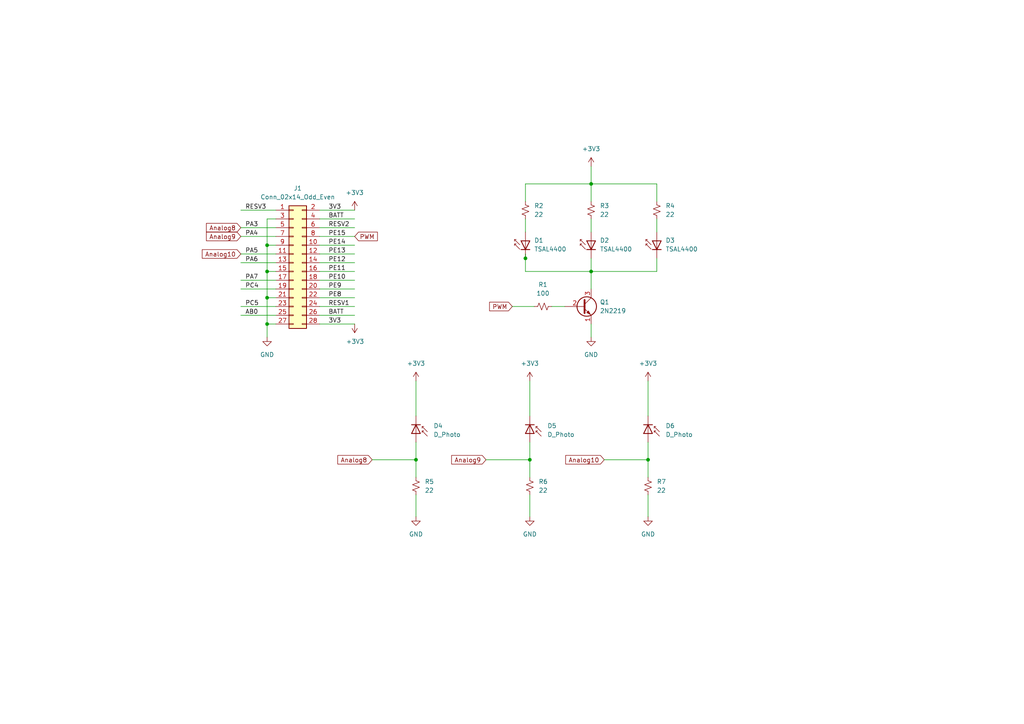
<source format=kicad_sch>
(kicad_sch (version 20211123) (generator eeschema)

  (uuid b3fd3244-92c4-487e-b690-70a30f21cad9)

  (paper "A4")

  (title_block
    (title "Sensing Subsystem")
    (date "2024-03-20")
    (rev "v1.6")
    (comment 3 "MGYANE001")
    (comment 4 "Anesu Mugiya")
  )

  (lib_symbols
    (symbol "Connector_Generic:Conn_02x14_Odd_Even" (pin_names (offset 1.016) hide) (in_bom yes) (on_board yes)
      (property "Reference" "J" (id 0) (at 1.27 17.78 0)
        (effects (font (size 1.27 1.27)))
      )
      (property "Value" "Conn_02x14_Odd_Even" (id 1) (at 1.27 -20.32 0)
        (effects (font (size 1.27 1.27)))
      )
      (property "Footprint" "" (id 2) (at 0 0 0)
        (effects (font (size 1.27 1.27)) hide)
      )
      (property "Datasheet" "~" (id 3) (at 0 0 0)
        (effects (font (size 1.27 1.27)) hide)
      )
      (property "ki_keywords" "connector" (id 4) (at 0 0 0)
        (effects (font (size 1.27 1.27)) hide)
      )
      (property "ki_description" "Generic connector, double row, 02x14, odd/even pin numbering scheme (row 1 odd numbers, row 2 even numbers), script generated (kicad-library-utils/schlib/autogen/connector/)" (id 5) (at 0 0 0)
        (effects (font (size 1.27 1.27)) hide)
      )
      (property "ki_fp_filters" "Connector*:*_2x??_*" (id 6) (at 0 0 0)
        (effects (font (size 1.27 1.27)) hide)
      )
      (symbol "Conn_02x14_Odd_Even_1_1"
        (rectangle (start -1.27 -17.653) (end 0 -17.907)
          (stroke (width 0.1524) (type default) (color 0 0 0 0))
          (fill (type none))
        )
        (rectangle (start -1.27 -15.113) (end 0 -15.367)
          (stroke (width 0.1524) (type default) (color 0 0 0 0))
          (fill (type none))
        )
        (rectangle (start -1.27 -12.573) (end 0 -12.827)
          (stroke (width 0.1524) (type default) (color 0 0 0 0))
          (fill (type none))
        )
        (rectangle (start -1.27 -10.033) (end 0 -10.287)
          (stroke (width 0.1524) (type default) (color 0 0 0 0))
          (fill (type none))
        )
        (rectangle (start -1.27 -7.493) (end 0 -7.747)
          (stroke (width 0.1524) (type default) (color 0 0 0 0))
          (fill (type none))
        )
        (rectangle (start -1.27 -4.953) (end 0 -5.207)
          (stroke (width 0.1524) (type default) (color 0 0 0 0))
          (fill (type none))
        )
        (rectangle (start -1.27 -2.413) (end 0 -2.667)
          (stroke (width 0.1524) (type default) (color 0 0 0 0))
          (fill (type none))
        )
        (rectangle (start -1.27 0.127) (end 0 -0.127)
          (stroke (width 0.1524) (type default) (color 0 0 0 0))
          (fill (type none))
        )
        (rectangle (start -1.27 2.667) (end 0 2.413)
          (stroke (width 0.1524) (type default) (color 0 0 0 0))
          (fill (type none))
        )
        (rectangle (start -1.27 5.207) (end 0 4.953)
          (stroke (width 0.1524) (type default) (color 0 0 0 0))
          (fill (type none))
        )
        (rectangle (start -1.27 7.747) (end 0 7.493)
          (stroke (width 0.1524) (type default) (color 0 0 0 0))
          (fill (type none))
        )
        (rectangle (start -1.27 10.287) (end 0 10.033)
          (stroke (width 0.1524) (type default) (color 0 0 0 0))
          (fill (type none))
        )
        (rectangle (start -1.27 12.827) (end 0 12.573)
          (stroke (width 0.1524) (type default) (color 0 0 0 0))
          (fill (type none))
        )
        (rectangle (start -1.27 15.367) (end 0 15.113)
          (stroke (width 0.1524) (type default) (color 0 0 0 0))
          (fill (type none))
        )
        (rectangle (start -1.27 16.51) (end 3.81 -19.05)
          (stroke (width 0.254) (type default) (color 0 0 0 0))
          (fill (type background))
        )
        (rectangle (start 3.81 -17.653) (end 2.54 -17.907)
          (stroke (width 0.1524) (type default) (color 0 0 0 0))
          (fill (type none))
        )
        (rectangle (start 3.81 -15.113) (end 2.54 -15.367)
          (stroke (width 0.1524) (type default) (color 0 0 0 0))
          (fill (type none))
        )
        (rectangle (start 3.81 -12.573) (end 2.54 -12.827)
          (stroke (width 0.1524) (type default) (color 0 0 0 0))
          (fill (type none))
        )
        (rectangle (start 3.81 -10.033) (end 2.54 -10.287)
          (stroke (width 0.1524) (type default) (color 0 0 0 0))
          (fill (type none))
        )
        (rectangle (start 3.81 -7.493) (end 2.54 -7.747)
          (stroke (width 0.1524) (type default) (color 0 0 0 0))
          (fill (type none))
        )
        (rectangle (start 3.81 -4.953) (end 2.54 -5.207)
          (stroke (width 0.1524) (type default) (color 0 0 0 0))
          (fill (type none))
        )
        (rectangle (start 3.81 -2.413) (end 2.54 -2.667)
          (stroke (width 0.1524) (type default) (color 0 0 0 0))
          (fill (type none))
        )
        (rectangle (start 3.81 0.127) (end 2.54 -0.127)
          (stroke (width 0.1524) (type default) (color 0 0 0 0))
          (fill (type none))
        )
        (rectangle (start 3.81 2.667) (end 2.54 2.413)
          (stroke (width 0.1524) (type default) (color 0 0 0 0))
          (fill (type none))
        )
        (rectangle (start 3.81 5.207) (end 2.54 4.953)
          (stroke (width 0.1524) (type default) (color 0 0 0 0))
          (fill (type none))
        )
        (rectangle (start 3.81 7.747) (end 2.54 7.493)
          (stroke (width 0.1524) (type default) (color 0 0 0 0))
          (fill (type none))
        )
        (rectangle (start 3.81 10.287) (end 2.54 10.033)
          (stroke (width 0.1524) (type default) (color 0 0 0 0))
          (fill (type none))
        )
        (rectangle (start 3.81 12.827) (end 2.54 12.573)
          (stroke (width 0.1524) (type default) (color 0 0 0 0))
          (fill (type none))
        )
        (rectangle (start 3.81 15.367) (end 2.54 15.113)
          (stroke (width 0.1524) (type default) (color 0 0 0 0))
          (fill (type none))
        )
        (pin passive line (at -5.08 15.24 0) (length 3.81)
          (name "Pin_1" (effects (font (size 1.27 1.27))))
          (number "1" (effects (font (size 1.27 1.27))))
        )
        (pin passive line (at 7.62 5.08 180) (length 3.81)
          (name "Pin_10" (effects (font (size 1.27 1.27))))
          (number "10" (effects (font (size 1.27 1.27))))
        )
        (pin passive line (at -5.08 2.54 0) (length 3.81)
          (name "Pin_11" (effects (font (size 1.27 1.27))))
          (number "11" (effects (font (size 1.27 1.27))))
        )
        (pin passive line (at 7.62 2.54 180) (length 3.81)
          (name "Pin_12" (effects (font (size 1.27 1.27))))
          (number "12" (effects (font (size 1.27 1.27))))
        )
        (pin passive line (at -5.08 0 0) (length 3.81)
          (name "Pin_13" (effects (font (size 1.27 1.27))))
          (number "13" (effects (font (size 1.27 1.27))))
        )
        (pin passive line (at 7.62 0 180) (length 3.81)
          (name "Pin_14" (effects (font (size 1.27 1.27))))
          (number "14" (effects (font (size 1.27 1.27))))
        )
        (pin passive line (at -5.08 -2.54 0) (length 3.81)
          (name "Pin_15" (effects (font (size 1.27 1.27))))
          (number "15" (effects (font (size 1.27 1.27))))
        )
        (pin passive line (at 7.62 -2.54 180) (length 3.81)
          (name "Pin_16" (effects (font (size 1.27 1.27))))
          (number "16" (effects (font (size 1.27 1.27))))
        )
        (pin passive line (at -5.08 -5.08 0) (length 3.81)
          (name "Pin_17" (effects (font (size 1.27 1.27))))
          (number "17" (effects (font (size 1.27 1.27))))
        )
        (pin passive line (at 7.62 -5.08 180) (length 3.81)
          (name "Pin_18" (effects (font (size 1.27 1.27))))
          (number "18" (effects (font (size 1.27 1.27))))
        )
        (pin passive line (at -5.08 -7.62 0) (length 3.81)
          (name "Pin_19" (effects (font (size 1.27 1.27))))
          (number "19" (effects (font (size 1.27 1.27))))
        )
        (pin passive line (at 7.62 15.24 180) (length 3.81)
          (name "Pin_2" (effects (font (size 1.27 1.27))))
          (number "2" (effects (font (size 1.27 1.27))))
        )
        (pin passive line (at 7.62 -7.62 180) (length 3.81)
          (name "Pin_20" (effects (font (size 1.27 1.27))))
          (number "20" (effects (font (size 1.27 1.27))))
        )
        (pin passive line (at -5.08 -10.16 0) (length 3.81)
          (name "Pin_21" (effects (font (size 1.27 1.27))))
          (number "21" (effects (font (size 1.27 1.27))))
        )
        (pin passive line (at 7.62 -10.16 180) (length 3.81)
          (name "Pin_22" (effects (font (size 1.27 1.27))))
          (number "22" (effects (font (size 1.27 1.27))))
        )
        (pin passive line (at -5.08 -12.7 0) (length 3.81)
          (name "Pin_23" (effects (font (size 1.27 1.27))))
          (number "23" (effects (font (size 1.27 1.27))))
        )
        (pin passive line (at 7.62 -12.7 180) (length 3.81)
          (name "Pin_24" (effects (font (size 1.27 1.27))))
          (number "24" (effects (font (size 1.27 1.27))))
        )
        (pin passive line (at -5.08 -15.24 0) (length 3.81)
          (name "Pin_25" (effects (font (size 1.27 1.27))))
          (number "25" (effects (font (size 1.27 1.27))))
        )
        (pin passive line (at 7.62 -15.24 180) (length 3.81)
          (name "Pin_26" (effects (font (size 1.27 1.27))))
          (number "26" (effects (font (size 1.27 1.27))))
        )
        (pin passive line (at -5.08 -17.78 0) (length 3.81)
          (name "Pin_27" (effects (font (size 1.27 1.27))))
          (number "27" (effects (font (size 1.27 1.27))))
        )
        (pin passive line (at 7.62 -17.78 180) (length 3.81)
          (name "Pin_28" (effects (font (size 1.27 1.27))))
          (number "28" (effects (font (size 1.27 1.27))))
        )
        (pin passive line (at -5.08 12.7 0) (length 3.81)
          (name "Pin_3" (effects (font (size 1.27 1.27))))
          (number "3" (effects (font (size 1.27 1.27))))
        )
        (pin passive line (at 7.62 12.7 180) (length 3.81)
          (name "Pin_4" (effects (font (size 1.27 1.27))))
          (number "4" (effects (font (size 1.27 1.27))))
        )
        (pin passive line (at -5.08 10.16 0) (length 3.81)
          (name "Pin_5" (effects (font (size 1.27 1.27))))
          (number "5" (effects (font (size 1.27 1.27))))
        )
        (pin passive line (at 7.62 10.16 180) (length 3.81)
          (name "Pin_6" (effects (font (size 1.27 1.27))))
          (number "6" (effects (font (size 1.27 1.27))))
        )
        (pin passive line (at -5.08 7.62 0) (length 3.81)
          (name "Pin_7" (effects (font (size 1.27 1.27))))
          (number "7" (effects (font (size 1.27 1.27))))
        )
        (pin passive line (at 7.62 7.62 180) (length 3.81)
          (name "Pin_8" (effects (font (size 1.27 1.27))))
          (number "8" (effects (font (size 1.27 1.27))))
        )
        (pin passive line (at -5.08 5.08 0) (length 3.81)
          (name "Pin_9" (effects (font (size 1.27 1.27))))
          (number "9" (effects (font (size 1.27 1.27))))
        )
      )
    )
    (symbol "Device:D_Photo" (pin_numbers hide) (pin_names hide) (in_bom yes) (on_board yes)
      (property "Reference" "D" (id 0) (at 0.508 1.778 0)
        (effects (font (size 1.27 1.27)) (justify left))
      )
      (property "Value" "D_Photo" (id 1) (at -1.016 -2.794 0)
        (effects (font (size 1.27 1.27)))
      )
      (property "Footprint" "" (id 2) (at -1.27 0 0)
        (effects (font (size 1.27 1.27)) hide)
      )
      (property "Datasheet" "~" (id 3) (at -1.27 0 0)
        (effects (font (size 1.27 1.27)) hide)
      )
      (property "ki_keywords" "photodiode diode opto" (id 4) (at 0 0 0)
        (effects (font (size 1.27 1.27)) hide)
      )
      (property "ki_description" "Photodiode" (id 5) (at 0 0 0)
        (effects (font (size 1.27 1.27)) hide)
      )
      (symbol "D_Photo_0_1"
        (polyline
          (pts
            (xy -2.54 1.27)
            (xy -2.54 -1.27)
          )
          (stroke (width 0.254) (type default) (color 0 0 0 0))
          (fill (type none))
        )
        (polyline
          (pts
            (xy -2.032 1.778)
            (xy -1.524 1.778)
          )
          (stroke (width 0) (type default) (color 0 0 0 0))
          (fill (type none))
        )
        (polyline
          (pts
            (xy 0 0)
            (xy -2.54 0)
          )
          (stroke (width 0) (type default) (color 0 0 0 0))
          (fill (type none))
        )
        (polyline
          (pts
            (xy -0.508 3.302)
            (xy -2.032 1.778)
            (xy -2.032 2.286)
          )
          (stroke (width 0) (type default) (color 0 0 0 0))
          (fill (type none))
        )
        (polyline
          (pts
            (xy 0 -1.27)
            (xy 0 1.27)
            (xy -2.54 0)
            (xy 0 -1.27)
          )
          (stroke (width 0.254) (type default) (color 0 0 0 0))
          (fill (type none))
        )
        (polyline
          (pts
            (xy 0.762 3.302)
            (xy -0.762 1.778)
            (xy -0.762 2.286)
            (xy -0.762 1.778)
            (xy -0.254 1.778)
          )
          (stroke (width 0) (type default) (color 0 0 0 0))
          (fill (type none))
        )
      )
      (symbol "D_Photo_1_1"
        (pin passive line (at -5.08 0 0) (length 2.54)
          (name "K" (effects (font (size 1.27 1.27))))
          (number "1" (effects (font (size 1.27 1.27))))
        )
        (pin passive line (at 2.54 0 180) (length 2.54)
          (name "A" (effects (font (size 1.27 1.27))))
          (number "2" (effects (font (size 1.27 1.27))))
        )
      )
    )
    (symbol "Device:R_Small_US" (pin_numbers hide) (pin_names (offset 0.254) hide) (in_bom yes) (on_board yes)
      (property "Reference" "R" (id 0) (at 0.762 0.508 0)
        (effects (font (size 1.27 1.27)) (justify left))
      )
      (property "Value" "R_Small_US" (id 1) (at 0.762 -1.016 0)
        (effects (font (size 1.27 1.27)) (justify left))
      )
      (property "Footprint" "" (id 2) (at 0 0 0)
        (effects (font (size 1.27 1.27)) hide)
      )
      (property "Datasheet" "~" (id 3) (at 0 0 0)
        (effects (font (size 1.27 1.27)) hide)
      )
      (property "ki_keywords" "r resistor" (id 4) (at 0 0 0)
        (effects (font (size 1.27 1.27)) hide)
      )
      (property "ki_description" "Resistor, small US symbol" (id 5) (at 0 0 0)
        (effects (font (size 1.27 1.27)) hide)
      )
      (property "ki_fp_filters" "R_*" (id 6) (at 0 0 0)
        (effects (font (size 1.27 1.27)) hide)
      )
      (symbol "R_Small_US_1_1"
        (polyline
          (pts
            (xy 0 0)
            (xy 1.016 -0.381)
            (xy 0 -0.762)
            (xy -1.016 -1.143)
            (xy 0 -1.524)
          )
          (stroke (width 0) (type default) (color 0 0 0 0))
          (fill (type none))
        )
        (polyline
          (pts
            (xy 0 1.524)
            (xy 1.016 1.143)
            (xy 0 0.762)
            (xy -1.016 0.381)
            (xy 0 0)
          )
          (stroke (width 0) (type default) (color 0 0 0 0))
          (fill (type none))
        )
        (pin passive line (at 0 2.54 270) (length 1.016)
          (name "~" (effects (font (size 1.27 1.27))))
          (number "1" (effects (font (size 1.27 1.27))))
        )
        (pin passive line (at 0 -2.54 90) (length 1.016)
          (name "~" (effects (font (size 1.27 1.27))))
          (number "2" (effects (font (size 1.27 1.27))))
        )
      )
    )
    (symbol "LED:TSAL4400" (pin_numbers hide) (pin_names (offset 1.016) hide) (in_bom yes) (on_board yes)
      (property "Reference" "D" (id 0) (at 0.508 1.778 0)
        (effects (font (size 1.27 1.27)) (justify left))
      )
      (property "Value" "TSAL4400" (id 1) (at -1.016 -2.794 0)
        (effects (font (size 1.27 1.27)))
      )
      (property "Footprint" "LED_THT:LED_D3.0mm_IRBlack" (id 2) (at 0 4.445 0)
        (effects (font (size 1.27 1.27)) hide)
      )
      (property "Datasheet" "http://www.vishay.com/docs/81006/tsal4400.pdf" (id 3) (at -1.27 0 0)
        (effects (font (size 1.27 1.27)) hide)
      )
      (property "ki_keywords" "opto IR LED" (id 4) (at 0 0 0)
        (effects (font (size 1.27 1.27)) hide)
      )
      (property "ki_description" "Infrared LED , 3mm LED package" (id 5) (at 0 0 0)
        (effects (font (size 1.27 1.27)) hide)
      )
      (property "ki_fp_filters" "LED*3.0mm*IRBlack*" (id 6) (at 0 0 0)
        (effects (font (size 1.27 1.27)) hide)
      )
      (symbol "TSAL4400_0_1"
        (polyline
          (pts
            (xy -2.54 1.27)
            (xy -2.54 -1.27)
          )
          (stroke (width 0.254) (type default) (color 0 0 0 0))
          (fill (type none))
        )
        (polyline
          (pts
            (xy 0 0)
            (xy -2.54 0)
          )
          (stroke (width 0) (type default) (color 0 0 0 0))
          (fill (type none))
        )
        (polyline
          (pts
            (xy 0.381 3.175)
            (xy -0.127 3.175)
          )
          (stroke (width 0) (type default) (color 0 0 0 0))
          (fill (type none))
        )
        (polyline
          (pts
            (xy -1.143 1.651)
            (xy 0.381 3.175)
            (xy 0.381 2.667)
          )
          (stroke (width 0) (type default) (color 0 0 0 0))
          (fill (type none))
        )
        (polyline
          (pts
            (xy 0 1.27)
            (xy -2.54 0)
            (xy 0 -1.27)
            (xy 0 1.27)
          )
          (stroke (width 0.254) (type default) (color 0 0 0 0))
          (fill (type none))
        )
        (polyline
          (pts
            (xy -2.413 1.651)
            (xy -0.889 3.175)
            (xy -0.889 2.667)
            (xy -0.889 3.175)
            (xy -1.397 3.175)
          )
          (stroke (width 0) (type default) (color 0 0 0 0))
          (fill (type none))
        )
      )
      (symbol "TSAL4400_1_1"
        (pin passive line (at -5.08 0 0) (length 2.54)
          (name "K" (effects (font (size 1.27 1.27))))
          (number "1" (effects (font (size 1.27 1.27))))
        )
        (pin passive line (at 2.54 0 180) (length 2.54)
          (name "A" (effects (font (size 1.27 1.27))))
          (number "2" (effects (font (size 1.27 1.27))))
        )
      )
    )
    (symbol "Transistor_BJT:2N2219" (pin_names (offset 0) hide) (in_bom yes) (on_board yes)
      (property "Reference" "Q" (id 0) (at 5.08 1.905 0)
        (effects (font (size 1.27 1.27)) (justify left))
      )
      (property "Value" "2N2219" (id 1) (at 5.08 0 0)
        (effects (font (size 1.27 1.27)) (justify left))
      )
      (property "Footprint" "Package_TO_SOT_THT:TO-39-3" (id 2) (at 5.08 -1.905 0)
        (effects (font (size 1.27 1.27) italic) (justify left) hide)
      )
      (property "Datasheet" "http://www.onsemi.com/pub_link/Collateral/2N2219-D.PDF" (id 3) (at 0 0 0)
        (effects (font (size 1.27 1.27)) (justify left) hide)
      )
      (property "ki_keywords" "NPN Transistor" (id 4) (at 0 0 0)
        (effects (font (size 1.27 1.27)) hide)
      )
      (property "ki_description" "800mA Ic, 50V Vce, NPN Transistor, TO-39" (id 5) (at 0 0 0)
        (effects (font (size 1.27 1.27)) hide)
      )
      (property "ki_fp_filters" "TO?39*" (id 6) (at 0 0 0)
        (effects (font (size 1.27 1.27)) hide)
      )
      (symbol "2N2219_0_1"
        (polyline
          (pts
            (xy 0.635 0.635)
            (xy 2.54 2.54)
          )
          (stroke (width 0) (type default) (color 0 0 0 0))
          (fill (type none))
        )
        (polyline
          (pts
            (xy 0.635 -0.635)
            (xy 2.54 -2.54)
            (xy 2.54 -2.54)
          )
          (stroke (width 0) (type default) (color 0 0 0 0))
          (fill (type none))
        )
        (polyline
          (pts
            (xy 0.635 1.905)
            (xy 0.635 -1.905)
            (xy 0.635 -1.905)
          )
          (stroke (width 0.508) (type default) (color 0 0 0 0))
          (fill (type none))
        )
        (polyline
          (pts
            (xy 1.27 -1.778)
            (xy 1.778 -1.27)
            (xy 2.286 -2.286)
            (xy 1.27 -1.778)
            (xy 1.27 -1.778)
          )
          (stroke (width 0) (type default) (color 0 0 0 0))
          (fill (type outline))
        )
        (circle (center 1.27 0) (radius 2.8194)
          (stroke (width 0.254) (type default) (color 0 0 0 0))
          (fill (type none))
        )
      )
      (symbol "2N2219_1_1"
        (pin passive line (at 2.54 -5.08 90) (length 2.54)
          (name "E" (effects (font (size 1.27 1.27))))
          (number "1" (effects (font (size 1.27 1.27))))
        )
        (pin passive line (at -5.08 0 0) (length 5.715)
          (name "B" (effects (font (size 1.27 1.27))))
          (number "2" (effects (font (size 1.27 1.27))))
        )
        (pin passive line (at 2.54 5.08 270) (length 2.54)
          (name "C" (effects (font (size 1.27 1.27))))
          (number "3" (effects (font (size 1.27 1.27))))
        )
      )
    )
    (symbol "power:+3V3" (power) (pin_names (offset 0)) (in_bom yes) (on_board yes)
      (property "Reference" "#PWR" (id 0) (at 0 -3.81 0)
        (effects (font (size 1.27 1.27)) hide)
      )
      (property "Value" "+3V3" (id 1) (at 0 3.556 0)
        (effects (font (size 1.27 1.27)))
      )
      (property "Footprint" "" (id 2) (at 0 0 0)
        (effects (font (size 1.27 1.27)) hide)
      )
      (property "Datasheet" "" (id 3) (at 0 0 0)
        (effects (font (size 1.27 1.27)) hide)
      )
      (property "ki_keywords" "power-flag" (id 4) (at 0 0 0)
        (effects (font (size 1.27 1.27)) hide)
      )
      (property "ki_description" "Power symbol creates a global label with name \"+3V3\"" (id 5) (at 0 0 0)
        (effects (font (size 1.27 1.27)) hide)
      )
      (symbol "+3V3_0_1"
        (polyline
          (pts
            (xy -0.762 1.27)
            (xy 0 2.54)
          )
          (stroke (width 0) (type default) (color 0 0 0 0))
          (fill (type none))
        )
        (polyline
          (pts
            (xy 0 0)
            (xy 0 2.54)
          )
          (stroke (width 0) (type default) (color 0 0 0 0))
          (fill (type none))
        )
        (polyline
          (pts
            (xy 0 2.54)
            (xy 0.762 1.27)
          )
          (stroke (width 0) (type default) (color 0 0 0 0))
          (fill (type none))
        )
      )
      (symbol "+3V3_1_1"
        (pin power_in line (at 0 0 90) (length 0) hide
          (name "+3V3" (effects (font (size 1.27 1.27))))
          (number "1" (effects (font (size 1.27 1.27))))
        )
      )
    )
    (symbol "power:GND" (power) (pin_names (offset 0)) (in_bom yes) (on_board yes)
      (property "Reference" "#PWR" (id 0) (at 0 -6.35 0)
        (effects (font (size 1.27 1.27)) hide)
      )
      (property "Value" "GND" (id 1) (at 0 -3.81 0)
        (effects (font (size 1.27 1.27)))
      )
      (property "Footprint" "" (id 2) (at 0 0 0)
        (effects (font (size 1.27 1.27)) hide)
      )
      (property "Datasheet" "" (id 3) (at 0 0 0)
        (effects (font (size 1.27 1.27)) hide)
      )
      (property "ki_keywords" "power-flag" (id 4) (at 0 0 0)
        (effects (font (size 1.27 1.27)) hide)
      )
      (property "ki_description" "Power symbol creates a global label with name \"GND\" , ground" (id 5) (at 0 0 0)
        (effects (font (size 1.27 1.27)) hide)
      )
      (symbol "GND_0_1"
        (polyline
          (pts
            (xy 0 0)
            (xy 0 -1.27)
            (xy 1.27 -1.27)
            (xy 0 -2.54)
            (xy -1.27 -1.27)
            (xy 0 -1.27)
          )
          (stroke (width 0) (type default) (color 0 0 0 0))
          (fill (type none))
        )
      )
      (symbol "GND_1_1"
        (pin power_in line (at 0 0 270) (length 0) hide
          (name "GND" (effects (font (size 1.27 1.27))))
          (number "1" (effects (font (size 1.27 1.27))))
        )
      )
    )
  )

  (junction (at 77.47 93.98) (diameter 0) (color 0 0 0 0)
    (uuid 19b57e2a-5fac-49d9-b355-2a572692225b)
  )
  (junction (at 171.45 78.74) (diameter 0) (color 0 0 0 0)
    (uuid 24f9c185-5bc1-4fbf-b154-6ffd1cda176e)
  )
  (junction (at 171.45 53.34) (diameter 0) (color 0 0 0 0)
    (uuid 346e7fa0-7a53-4c8f-b925-a59f6367666c)
  )
  (junction (at 77.47 78.74) (diameter 0) (color 0 0 0 0)
    (uuid 3c90d0e6-cc58-4597-9d57-4902e619b4bf)
  )
  (junction (at 153.67 133.35) (diameter 0) (color 0 0 0 0)
    (uuid 8e486d53-4515-4c2b-86dc-9a77c19aafca)
  )
  (junction (at 77.47 71.12) (diameter 0) (color 0 0 0 0)
    (uuid 94aa3632-6471-41d5-9320-e08762a6038c)
  )
  (junction (at 152.4 74.93) (diameter 0) (color 0 0 0 0)
    (uuid a057b0a0-0742-46e7-9545-2ba0bb0e3ab2)
  )
  (junction (at 120.65 133.35) (diameter 0) (color 0 0 0 0)
    (uuid aa0232ec-5bd7-4162-b540-5650d5bf523b)
  )
  (junction (at 77.47 86.36) (diameter 0) (color 0 0 0 0)
    (uuid bcd7fc82-b950-468b-855e-6f3ea71746ab)
  )
  (junction (at 187.96 133.35) (diameter 0) (color 0 0 0 0)
    (uuid ff59cfbf-40f0-431c-b01c-29c96e56f28d)
  )

  (wire (pts (xy 92.71 63.5) (xy 102.87 63.5))
    (stroke (width 0) (type default) (color 0 0 0 0))
    (uuid 00eefca9-6889-4529-ad09-7d34b5207e7c)
  )
  (wire (pts (xy 92.71 83.82) (xy 102.87 83.82))
    (stroke (width 0) (type default) (color 0 0 0 0))
    (uuid 03a6e8ab-8738-4b42-b7e8-b51142b995d1)
  )
  (wire (pts (xy 92.71 68.58) (xy 102.87 68.58))
    (stroke (width 0) (type default) (color 0 0 0 0))
    (uuid 0d09fcdd-1ec5-42cf-938c-342b29c1f95d)
  )
  (wire (pts (xy 152.4 78.74) (xy 152.4 74.93))
    (stroke (width 0) (type default) (color 0 0 0 0))
    (uuid 0e263d8b-a9a7-466b-b9c0-a26c56c67d15)
  )
  (wire (pts (xy 187.96 133.35) (xy 187.96 138.43))
    (stroke (width 0) (type default) (color 0 0 0 0))
    (uuid 1385dce9-0769-4dcf-81b8-8f2d796ce98d)
  )
  (wire (pts (xy 171.45 93.98) (xy 171.45 97.79))
    (stroke (width 0) (type default) (color 0 0 0 0))
    (uuid 16188158-4d3c-4dd7-8edb-988a4b27969e)
  )
  (wire (pts (xy 69.85 83.82) (xy 80.01 83.82))
    (stroke (width 0) (type default) (color 0 0 0 0))
    (uuid 16e99d2b-6af8-4375-8ad9-d81f31d253bb)
  )
  (wire (pts (xy 152.4 73.66) (xy 152.4 74.93))
    (stroke (width 0) (type default) (color 0 0 0 0))
    (uuid 1801a297-d42f-4730-9b64-8ffc0b7d6eaa)
  )
  (wire (pts (xy 77.47 97.79) (xy 77.47 93.98))
    (stroke (width 0) (type default) (color 0 0 0 0))
    (uuid 19610965-7c14-44c0-a174-cf287d89e725)
  )
  (wire (pts (xy 92.71 73.66) (xy 102.87 73.66))
    (stroke (width 0) (type default) (color 0 0 0 0))
    (uuid 2049f99e-605b-4bae-97a5-f3900d175120)
  )
  (wire (pts (xy 120.65 133.35) (xy 120.65 138.43))
    (stroke (width 0) (type default) (color 0 0 0 0))
    (uuid 2867bc6e-743b-4d35-84f3-91d97df882b0)
  )
  (wire (pts (xy 69.85 60.96) (xy 80.01 60.96))
    (stroke (width 0) (type default) (color 0 0 0 0))
    (uuid 2b388234-c243-47f0-ad33-31e0c1db62e4)
  )
  (wire (pts (xy 190.5 63.5) (xy 190.5 67.31))
    (stroke (width 0) (type default) (color 0 0 0 0))
    (uuid 2f70428a-0876-4c75-a7d3-8daca4287621)
  )
  (wire (pts (xy 120.65 143.51) (xy 120.65 149.86))
    (stroke (width 0) (type default) (color 0 0 0 0))
    (uuid 2fcbb19a-ccb4-4113-afa9-29b2fb8c8640)
  )
  (wire (pts (xy 92.71 91.44) (xy 102.87 91.44))
    (stroke (width 0) (type default) (color 0 0 0 0))
    (uuid 3351b990-afed-44a6-9b60-1a858610b250)
  )
  (wire (pts (xy 152.4 53.34) (xy 171.45 53.34))
    (stroke (width 0) (type default) (color 0 0 0 0))
    (uuid 3528a614-7130-4c3d-82a2-1c3ee45cf81d)
  )
  (wire (pts (xy 92.71 60.96) (xy 102.87 60.96))
    (stroke (width 0) (type default) (color 0 0 0 0))
    (uuid 371d76e3-ed09-40cb-b839-aec83173393c)
  )
  (wire (pts (xy 152.4 63.5) (xy 152.4 67.31))
    (stroke (width 0) (type default) (color 0 0 0 0))
    (uuid 37bf2cbb-3bf8-4bb2-bc9a-2914bdcc6f46)
  )
  (wire (pts (xy 92.71 86.36) (xy 102.87 86.36))
    (stroke (width 0) (type default) (color 0 0 0 0))
    (uuid 3828e439-9e2b-4f45-bfa0-c98d35da48be)
  )
  (wire (pts (xy 148.59 88.9) (xy 154.94 88.9))
    (stroke (width 0) (type default) (color 0 0 0 0))
    (uuid 3b415dc8-d8e4-4d86-b628-316517478dce)
  )
  (wire (pts (xy 77.47 86.36) (xy 80.01 86.36))
    (stroke (width 0) (type default) (color 0 0 0 0))
    (uuid 3d1c1598-3e9f-4b96-bba1-67f42d76e118)
  )
  (wire (pts (xy 171.45 74.93) (xy 171.45 78.74))
    (stroke (width 0) (type default) (color 0 0 0 0))
    (uuid 442ec1c4-8471-4f69-8ed4-2276352f2752)
  )
  (wire (pts (xy 107.95 133.35) (xy 120.65 133.35))
    (stroke (width 0) (type default) (color 0 0 0 0))
    (uuid 61e35d94-7504-4d5f-9a3e-96eea58eca05)
  )
  (wire (pts (xy 171.45 78.74) (xy 171.45 83.82))
    (stroke (width 0) (type default) (color 0 0 0 0))
    (uuid 648d12ce-78f4-4b14-afb3-0d0b68ce817e)
  )
  (wire (pts (xy 120.65 120.65) (xy 120.65 110.49))
    (stroke (width 0) (type default) (color 0 0 0 0))
    (uuid 6517db39-7d00-4196-bb22-ebe9ea13f701)
  )
  (wire (pts (xy 171.45 78.74) (xy 152.4 78.74))
    (stroke (width 0) (type default) (color 0 0 0 0))
    (uuid 67b396d9-d3fd-4bfe-9d3d-5c524d6f4b95)
  )
  (wire (pts (xy 69.85 73.66) (xy 80.01 73.66))
    (stroke (width 0) (type default) (color 0 0 0 0))
    (uuid 691d4ab2-70ad-45a0-8af8-bca9438795a3)
  )
  (wire (pts (xy 77.47 86.36) (xy 77.47 93.98))
    (stroke (width 0) (type default) (color 0 0 0 0))
    (uuid 6db03734-7012-4904-8b6f-1c933d90bfcc)
  )
  (wire (pts (xy 153.67 120.65) (xy 153.67 110.49))
    (stroke (width 0) (type default) (color 0 0 0 0))
    (uuid 7be2e44b-ad41-4db3-8df7-986e0d134340)
  )
  (wire (pts (xy 77.47 93.98) (xy 80.01 93.98))
    (stroke (width 0) (type default) (color 0 0 0 0))
    (uuid 83ecfcf0-de70-49e3-a62b-49a4cfe8922b)
  )
  (wire (pts (xy 69.85 81.28) (xy 80.01 81.28))
    (stroke (width 0) (type default) (color 0 0 0 0))
    (uuid 8838df73-3dcc-4603-95aa-fd7ed8291632)
  )
  (wire (pts (xy 171.45 48.26) (xy 171.45 53.34))
    (stroke (width 0) (type default) (color 0 0 0 0))
    (uuid 88c2a144-d26f-4e35-8674-f2843dc5211b)
  )
  (wire (pts (xy 77.47 63.5) (xy 80.01 63.5))
    (stroke (width 0) (type default) (color 0 0 0 0))
    (uuid 8b36664b-1cdf-40c5-b482-c26b9a18eb1a)
  )
  (wire (pts (xy 171.45 53.34) (xy 171.45 58.42))
    (stroke (width 0) (type default) (color 0 0 0 0))
    (uuid 91481d19-b62a-42d1-b170-b92e1639fa7d)
  )
  (wire (pts (xy 187.96 128.27) (xy 187.96 133.35))
    (stroke (width 0) (type default) (color 0 0 0 0))
    (uuid 94fb35ad-3779-4a65-846f-7c16ceb88485)
  )
  (wire (pts (xy 69.85 66.04) (xy 80.01 66.04))
    (stroke (width 0) (type default) (color 0 0 0 0))
    (uuid 95cb2ad1-e66f-4d1f-b2e2-411d869c74b9)
  )
  (wire (pts (xy 175.26 133.35) (xy 187.96 133.35))
    (stroke (width 0) (type default) (color 0 0 0 0))
    (uuid 9aceb7ee-8c82-4598-8cf1-34da40b1fc9e)
  )
  (wire (pts (xy 160.02 88.9) (xy 163.83 88.9))
    (stroke (width 0) (type default) (color 0 0 0 0))
    (uuid 9f484870-ab7d-4883-b18e-abad90694f85)
  )
  (wire (pts (xy 171.45 63.5) (xy 171.45 67.31))
    (stroke (width 0) (type default) (color 0 0 0 0))
    (uuid 9f6c1eb9-043e-4f64-8f54-9e3021b02849)
  )
  (wire (pts (xy 77.47 71.12) (xy 77.47 78.74))
    (stroke (width 0) (type default) (color 0 0 0 0))
    (uuid a0c6745b-7cde-46e3-a2eb-d9551f6d4ad9)
  )
  (wire (pts (xy 92.71 71.12) (xy 102.87 71.12))
    (stroke (width 0) (type default) (color 0 0 0 0))
    (uuid a19dc071-81e4-40d5-a737-33ee0cb68abf)
  )
  (wire (pts (xy 69.85 76.2) (xy 80.01 76.2))
    (stroke (width 0) (type default) (color 0 0 0 0))
    (uuid a1a57c1a-df73-49cb-995a-7bfb92eb0c1c)
  )
  (wire (pts (xy 171.45 53.34) (xy 190.5 53.34))
    (stroke (width 0) (type default) (color 0 0 0 0))
    (uuid a39af8dc-cbea-40ec-af45-3500ae8c45b8)
  )
  (wire (pts (xy 187.96 120.65) (xy 187.96 110.49))
    (stroke (width 0) (type default) (color 0 0 0 0))
    (uuid a79ac017-2297-41c5-a2c6-225ddea776e9)
  )
  (wire (pts (xy 140.97 133.35) (xy 153.67 133.35))
    (stroke (width 0) (type default) (color 0 0 0 0))
    (uuid a88b4eb2-1bb8-4de5-a962-67b6c32300f0)
  )
  (wire (pts (xy 92.71 93.98) (xy 102.87 93.98))
    (stroke (width 0) (type default) (color 0 0 0 0))
    (uuid b421a12c-1166-4718-946f-e61f59b493cb)
  )
  (wire (pts (xy 153.67 133.35) (xy 153.67 138.43))
    (stroke (width 0) (type default) (color 0 0 0 0))
    (uuid b6faa702-6a3e-411d-9e97-40deb1747ecc)
  )
  (wire (pts (xy 190.5 74.93) (xy 190.5 78.74))
    (stroke (width 0) (type default) (color 0 0 0 0))
    (uuid b7342779-34bf-4a95-9b0f-0c2d4cf2d0bd)
  )
  (wire (pts (xy 120.65 128.27) (xy 120.65 133.35))
    (stroke (width 0) (type default) (color 0 0 0 0))
    (uuid ba3a5c78-99f3-48db-80df-b26b21ea8bc2)
  )
  (wire (pts (xy 190.5 78.74) (xy 171.45 78.74))
    (stroke (width 0) (type default) (color 0 0 0 0))
    (uuid bc7bdb8b-dbbb-485c-9e88-52fe977d9bdc)
  )
  (wire (pts (xy 69.85 88.9) (xy 80.01 88.9))
    (stroke (width 0) (type default) (color 0 0 0 0))
    (uuid bf8d8a61-f41d-4747-9267-2a8f5330518a)
  )
  (wire (pts (xy 69.85 91.44) (xy 80.01 91.44))
    (stroke (width 0) (type default) (color 0 0 0 0))
    (uuid bfe316cd-499e-4471-bfad-45497cb16565)
  )
  (wire (pts (xy 92.71 88.9) (xy 102.87 88.9))
    (stroke (width 0) (type default) (color 0 0 0 0))
    (uuid c08bdc32-f709-4352-a81e-d179b10e2691)
  )
  (wire (pts (xy 187.96 143.51) (xy 187.96 149.86))
    (stroke (width 0) (type default) (color 0 0 0 0))
    (uuid c2e80ba6-7002-433b-9036-9a05fad13204)
  )
  (wire (pts (xy 153.67 143.51) (xy 153.67 149.86))
    (stroke (width 0) (type default) (color 0 0 0 0))
    (uuid c61f22c9-5942-4a34-a697-b91ae29c5e24)
  )
  (wire (pts (xy 77.47 78.74) (xy 80.01 78.74))
    (stroke (width 0) (type default) (color 0 0 0 0))
    (uuid ca633b15-e7a5-49de-878e-97b4d81c19d6)
  )
  (wire (pts (xy 92.71 76.2) (xy 102.87 76.2))
    (stroke (width 0) (type default) (color 0 0 0 0))
    (uuid d0edf8df-0b18-4870-ad3f-5c92a0050fed)
  )
  (wire (pts (xy 152.4 58.42) (xy 152.4 53.34))
    (stroke (width 0) (type default) (color 0 0 0 0))
    (uuid d47227bc-12a2-4d0e-abf0-168cb45e95af)
  )
  (wire (pts (xy 92.71 78.74) (xy 102.87 78.74))
    (stroke (width 0) (type default) (color 0 0 0 0))
    (uuid dbb30ee2-c689-4c59-ace3-79b8a120f3ba)
  )
  (wire (pts (xy 77.47 63.5) (xy 77.47 71.12))
    (stroke (width 0) (type default) (color 0 0 0 0))
    (uuid e591fc0f-da3c-4c8a-b7b6-537be2ae9bef)
  )
  (wire (pts (xy 69.85 68.58) (xy 80.01 68.58))
    (stroke (width 0) (type default) (color 0 0 0 0))
    (uuid f0c28093-f4e7-4252-8fe1-063a5729666b)
  )
  (wire (pts (xy 77.47 71.12) (xy 80.01 71.12))
    (stroke (width 0) (type default) (color 0 0 0 0))
    (uuid f1c23622-eedd-42da-9c86-143553fd239d)
  )
  (wire (pts (xy 190.5 53.34) (xy 190.5 58.42))
    (stroke (width 0) (type default) (color 0 0 0 0))
    (uuid f37c4a7b-4280-4fc1-a728-ea47619f8dcc)
  )
  (wire (pts (xy 92.71 81.28) (xy 102.87 81.28))
    (stroke (width 0) (type default) (color 0 0 0 0))
    (uuid f4ef0892-3623-49c9-a966-5b2e27ff6cd5)
  )
  (wire (pts (xy 92.71 66.04) (xy 102.87 66.04))
    (stroke (width 0) (type default) (color 0 0 0 0))
    (uuid f6c1ae4d-1987-4763-83e1-f0d566e7d35a)
  )
  (wire (pts (xy 77.47 78.74) (xy 77.47 86.36))
    (stroke (width 0) (type default) (color 0 0 0 0))
    (uuid fee9fe44-11b2-421f-9c59-54f59b1e62da)
  )
  (wire (pts (xy 153.67 128.27) (xy 153.67 133.35))
    (stroke (width 0) (type default) (color 0 0 0 0))
    (uuid ffe0103a-579b-4ff0-9d7e-36908e844761)
  )

  (label "BATT" (at 95.25 91.44 0)
    (effects (font (size 1.27 1.27)) (justify left bottom))
    (uuid 00931afa-dda1-4d78-8815-c09d27e58396)
  )
  (label "PE9" (at 95.25 83.82 0)
    (effects (font (size 1.27 1.27)) (justify left bottom))
    (uuid 0cd57df0-057b-404d-8f5e-9d07fdb8c107)
  )
  (label "PC5" (at 71.12 88.9 0)
    (effects (font (size 1.27 1.27)) (justify left bottom))
    (uuid 13737154-69d2-49c3-a0ce-bb3b2a22737d)
  )
  (label "PE10" (at 95.25 81.28 0)
    (effects (font (size 1.27 1.27)) (justify left bottom))
    (uuid 1e41f10b-b574-4ac6-8aa0-4793198f1002)
  )
  (label "RESV1" (at 95.25 88.9 0)
    (effects (font (size 1.27 1.27)) (justify left bottom))
    (uuid 2220aa94-57ad-429a-a071-770af901abb4)
  )
  (label "PE14" (at 95.25 71.12 0)
    (effects (font (size 1.27 1.27)) (justify left bottom))
    (uuid 2b4bafdf-21e0-4e3c-9823-3c7320fafd1b)
  )
  (label "PA5" (at 71.12 73.66 0)
    (effects (font (size 1.27 1.27)) (justify left bottom))
    (uuid 2deddd1b-237a-437b-837b-9033905e2675)
  )
  (label "PE13" (at 95.25 73.66 0)
    (effects (font (size 1.27 1.27)) (justify left bottom))
    (uuid 491b1f34-d260-4e7c-aa9a-2609639f1608)
  )
  (label "RESV2" (at 95.25 66.04 0)
    (effects (font (size 1.27 1.27)) (justify left bottom))
    (uuid 4f3716ef-6934-4fe3-836b-0ed569f7e887)
  )
  (label "AB0" (at 71.12 91.44 0)
    (effects (font (size 1.27 1.27)) (justify left bottom))
    (uuid 518e6aac-7aeb-44cd-8b1b-3d80b614d65d)
  )
  (label "PA7" (at 71.12 81.28 0)
    (effects (font (size 1.27 1.27)) (justify left bottom))
    (uuid 5df232fa-ded3-4e4b-88e5-3376bd1e37c8)
  )
  (label "PA4" (at 71.12 68.58 0)
    (effects (font (size 1.27 1.27)) (justify left bottom))
    (uuid 6207a15f-65ec-4b5f-bd48-bfb044b66cb1)
  )
  (label "PE8" (at 95.25 86.36 0)
    (effects (font (size 1.27 1.27)) (justify left bottom))
    (uuid 64a278fd-f617-465b-85b1-7684087092db)
  )
  (label "PE12" (at 95.25 76.2 0)
    (effects (font (size 1.27 1.27)) (justify left bottom))
    (uuid 6975a4c1-5ec0-44f8-8a6f-33f39aa97843)
  )
  (label "PA3" (at 71.12 66.04 0)
    (effects (font (size 1.27 1.27)) (justify left bottom))
    (uuid 6aeb02e1-4dcd-46c3-9f1e-613c890e4eff)
  )
  (label "PE11" (at 95.25 78.74 0)
    (effects (font (size 1.27 1.27)) (justify left bottom))
    (uuid 9ca7a5c4-2293-4cdf-9ac5-971b17e28f8b)
  )
  (label "PC4" (at 71.12 83.82 0)
    (effects (font (size 1.27 1.27)) (justify left bottom))
    (uuid 9e055a9d-2541-4563-9094-de19c50f0579)
  )
  (label "RESV3" (at 71.12 60.96 0)
    (effects (font (size 1.27 1.27)) (justify left bottom))
    (uuid a19dc3ff-ae53-4d71-bdc3-2a5f54862ce8)
  )
  (label "PA6" (at 71.12 76.2 0)
    (effects (font (size 1.27 1.27)) (justify left bottom))
    (uuid b28be07e-cee9-4070-be69-151e9db1779e)
  )
  (label "PE15" (at 95.25 68.58 0)
    (effects (font (size 1.27 1.27)) (justify left bottom))
    (uuid d22708a2-e5ec-4a18-a3cf-6630b75f343e)
  )
  (label "3V3" (at 95.25 93.98 0)
    (effects (font (size 1.27 1.27)) (justify left bottom))
    (uuid d92967f7-7964-44e1-aae1-0f436e50bf91)
  )
  (label "BATT" (at 95.25 63.5 0)
    (effects (font (size 1.27 1.27)) (justify left bottom))
    (uuid e5d02b4c-c2d4-44f5-81ac-b6a4fc78e3ab)
  )
  (label "3V3" (at 95.25 60.96 0)
    (effects (font (size 1.27 1.27)) (justify left bottom))
    (uuid fdf93561-0ea7-411c-9f72-f0b6eb5a1281)
  )

  (global_label "Analog10" (shape input) (at 69.85 73.66 180) (fields_autoplaced)
    (effects (font (size 1.27 1.27)) (justify right))
    (uuid 49f24b07-694e-4834-a532-5bbf2f109236)
    (property "Intersheet References" "${INTERSHEET_REFS}" (id 0) (at 58.6679 73.5806 0)
      (effects (font (size 1.27 1.27)) (justify right) hide)
    )
  )
  (global_label "Analog9" (shape input) (at 69.85 68.58 180) (fields_autoplaced)
    (effects (font (size 1.27 1.27)) (justify right))
    (uuid 5d391e9d-ffd1-43c4-bb7e-92e123cf4618)
    (property "Intersheet References" "${INTERSHEET_REFS}" (id 0) (at 59.8774 68.5006 0)
      (effects (font (size 1.27 1.27)) (justify right) hide)
    )
  )
  (global_label "PWM" (shape input) (at 148.59 88.9 180) (fields_autoplaced)
    (effects (font (size 1.27 1.27)) (justify right))
    (uuid 6bd04496-0707-4c0b-90ce-da6d66871f03)
    (property "Intersheet References" "${INTERSHEET_REFS}" (id 0) (at 142.004 88.9794 0)
      (effects (font (size 1.27 1.27)) (justify right) hide)
    )
  )
  (global_label "Analog10" (shape input) (at 175.26 133.35 180) (fields_autoplaced)
    (effects (font (size 1.27 1.27)) (justify right))
    (uuid 9472e195-7834-4eca-a04a-2e9969486472)
    (property "Intersheet References" "${INTERSHEET_REFS}" (id 0) (at 164.0779 133.2706 0)
      (effects (font (size 1.27 1.27)) (justify right) hide)
    )
  )
  (global_label "Analog8" (shape input) (at 69.85 66.04 180) (fields_autoplaced)
    (effects (font (size 1.27 1.27)) (justify right))
    (uuid 98592567-71df-4458-97c6-a92de4e95951)
    (property "Intersheet References" "${INTERSHEET_REFS}" (id 0) (at 59.8774 65.9606 0)
      (effects (font (size 1.27 1.27)) (justify right) hide)
    )
  )
  (global_label "PWM" (shape input) (at 102.87 68.58 0) (fields_autoplaced)
    (effects (font (size 1.27 1.27)) (justify left))
    (uuid bb32598e-04f4-40cd-ab09-6bbfa8bf4829)
    (property "Intersheet References" "${INTERSHEET_REFS}" (id 0) (at 109.456 68.5006 0)
      (effects (font (size 1.27 1.27)) (justify left) hide)
    )
  )
  (global_label "Analog8" (shape input) (at 107.95 133.35 180) (fields_autoplaced)
    (effects (font (size 1.27 1.27)) (justify right))
    (uuid c8f3beff-7635-4a26-93c5-ad4d206f11ff)
    (property "Intersheet References" "${INTERSHEET_REFS}" (id 0) (at 97.9774 133.2706 0)
      (effects (font (size 1.27 1.27)) (justify right) hide)
    )
  )
  (global_label "Analog9" (shape input) (at 140.97 133.35 180) (fields_autoplaced)
    (effects (font (size 1.27 1.27)) (justify right))
    (uuid dc65e39d-cfb0-48a4-b068-aa90a7ce81ab)
    (property "Intersheet References" "${INTERSHEET_REFS}" (id 0) (at 130.9974 133.2706 0)
      (effects (font (size 1.27 1.27)) (justify right) hide)
    )
  )

  (symbol (lib_id "power:GND") (at 171.45 97.79 0) (unit 1)
    (in_bom yes) (on_board yes) (fields_autoplaced)
    (uuid 07de490f-5539-4238-8d93-6e3ebccfe68f)
    (property "Reference" "#PWR04" (id 0) (at 171.45 104.14 0)
      (effects (font (size 1.27 1.27)) hide)
    )
    (property "Value" "GND" (id 1) (at 171.45 102.87 0))
    (property "Footprint" "" (id 2) (at 171.45 97.79 0)
      (effects (font (size 1.27 1.27)) hide)
    )
    (property "Datasheet" "" (id 3) (at 171.45 97.79 0)
      (effects (font (size 1.27 1.27)) hide)
    )
    (pin "1" (uuid 28bdfa35-a6a4-47c5-af18-1b24fd54fc34))
  )

  (symbol (lib_id "power:GND") (at 187.96 149.86 0) (unit 1)
    (in_bom yes) (on_board yes) (fields_autoplaced)
    (uuid 0880fc41-930b-4a4b-9c9e-dd6536c79b66)
    (property "Reference" "#PWR0106" (id 0) (at 187.96 156.21 0)
      (effects (font (size 1.27 1.27)) hide)
    )
    (property "Value" "GND" (id 1) (at 187.96 154.94 0))
    (property "Footprint" "" (id 2) (at 187.96 149.86 0)
      (effects (font (size 1.27 1.27)) hide)
    )
    (property "Datasheet" "" (id 3) (at 187.96 149.86 0)
      (effects (font (size 1.27 1.27)) hide)
    )
    (pin "1" (uuid 3895fe84-3432-486c-bce2-a4f6dbb675a3))
  )

  (symbol (lib_id "power:GND") (at 153.67 149.86 0) (unit 1)
    (in_bom yes) (on_board yes) (fields_autoplaced)
    (uuid 09c33a3a-d92b-46a8-933e-1d96aee68d85)
    (property "Reference" "#PWR0103" (id 0) (at 153.67 156.21 0)
      (effects (font (size 1.27 1.27)) hide)
    )
    (property "Value" "GND" (id 1) (at 153.67 154.94 0))
    (property "Footprint" "" (id 2) (at 153.67 149.86 0)
      (effects (font (size 1.27 1.27)) hide)
    )
    (property "Datasheet" "" (id 3) (at 153.67 149.86 0)
      (effects (font (size 1.27 1.27)) hide)
    )
    (pin "1" (uuid 8e88d35c-0722-445c-a81f-0ff6c309c45a))
  )

  (symbol (lib_id "Device:R_Small_US") (at 190.5 60.96 0) (unit 1)
    (in_bom yes) (on_board yes) (fields_autoplaced)
    (uuid 11874653-1999-44f5-84a7-e6581726ff32)
    (property "Reference" "R4" (id 0) (at 193.04 59.6899 0)
      (effects (font (size 1.27 1.27)) (justify left))
    )
    (property "Value" "22" (id 1) (at 193.04 62.2299 0)
      (effects (font (size 1.27 1.27)) (justify left))
    )
    (property "Footprint" "Resistor_SMD:R_0201_0603Metric" (id 2) (at 190.5 60.96 0)
      (effects (font (size 1.27 1.27)) hide)
    )
    (property "Datasheet" "~" (id 3) (at 190.5 60.96 0)
      (effects (font (size 1.27 1.27)) hide)
    )
    (pin "1" (uuid c33c36c0-d11e-4d29-9eca-9b9f84d83e5f))
    (pin "2" (uuid 8f593ece-7003-4f6e-a9eb-a2f5ff261b11))
  )

  (symbol (lib_id "power:+3V3") (at 102.87 93.98 180) (unit 1)
    (in_bom yes) (on_board yes)
    (uuid 1651b5fb-f5b5-4dd3-afab-c7141a1252bd)
    (property "Reference" "#PWR0102" (id 0) (at 102.87 90.17 0)
      (effects (font (size 1.27 1.27)) hide)
    )
    (property "Value" "+3V3" (id 1) (at 100.33 99.06 0)
      (effects (font (size 1.27 1.27)) (justify right))
    )
    (property "Footprint" "" (id 2) (at 102.87 93.98 0)
      (effects (font (size 1.27 1.27)) hide)
    )
    (property "Datasheet" "" (id 3) (at 102.87 93.98 0)
      (effects (font (size 1.27 1.27)) hide)
    )
    (pin "1" (uuid 8dfec4a8-be1a-4b93-9bee-55ae7de3e109))
  )

  (symbol (lib_id "power:+3V3") (at 120.65 110.49 0) (unit 1)
    (in_bom yes) (on_board yes) (fields_autoplaced)
    (uuid 19c774c0-0607-49a4-a047-712e77ff5874)
    (property "Reference" "#PWR01" (id 0) (at 120.65 114.3 0)
      (effects (font (size 1.27 1.27)) hide)
    )
    (property "Value" "+3V3" (id 1) (at 120.65 105.41 0))
    (property "Footprint" "" (id 2) (at 120.65 110.49 0)
      (effects (font (size 1.27 1.27)) hide)
    )
    (property "Datasheet" "" (id 3) (at 120.65 110.49 0)
      (effects (font (size 1.27 1.27)) hide)
    )
    (pin "1" (uuid ea83921c-b7f1-418f-9b01-05c36fffea7a))
  )

  (symbol (lib_id "Device:R_Small_US") (at 171.45 60.96 0) (unit 1)
    (in_bom yes) (on_board yes) (fields_autoplaced)
    (uuid 20ad51de-ba57-4cfd-a27b-768dc62e2a92)
    (property "Reference" "R3" (id 0) (at 173.99 59.6899 0)
      (effects (font (size 1.27 1.27)) (justify left))
    )
    (property "Value" "22" (id 1) (at 173.99 62.2299 0)
      (effects (font (size 1.27 1.27)) (justify left))
    )
    (property "Footprint" "Resistor_SMD:R_0201_0603Metric" (id 2) (at 171.45 60.96 0)
      (effects (font (size 1.27 1.27)) hide)
    )
    (property "Datasheet" "~" (id 3) (at 171.45 60.96 0)
      (effects (font (size 1.27 1.27)) hide)
    )
    (pin "1" (uuid 53838e51-90f3-41f6-b129-2a51597f0f64))
    (pin "2" (uuid 5a5b1499-b506-4959-9f31-8f3964db154a))
  )

  (symbol (lib_id "power:+3V3") (at 171.45 48.26 0) (unit 1)
    (in_bom yes) (on_board yes) (fields_autoplaced)
    (uuid 3008eca6-1228-4f7a-be85-b1a48820e280)
    (property "Reference" "#PWR03" (id 0) (at 171.45 52.07 0)
      (effects (font (size 1.27 1.27)) hide)
    )
    (property "Value" "+3V3" (id 1) (at 171.45 43.18 0))
    (property "Footprint" "" (id 2) (at 171.45 48.26 0)
      (effects (font (size 1.27 1.27)) hide)
    )
    (property "Datasheet" "" (id 3) (at 171.45 48.26 0)
      (effects (font (size 1.27 1.27)) hide)
    )
    (pin "1" (uuid 274fa96e-38aa-432d-8786-ab5f2113cdf1))
  )

  (symbol (lib_id "LED:TSAL4400") (at 152.4 69.85 90) (unit 1)
    (in_bom yes) (on_board yes) (fields_autoplaced)
    (uuid 33bcc631-e651-49a1-83ca-22f204666991)
    (property "Reference" "D1" (id 0) (at 154.94 69.7229 90)
      (effects (font (size 1.27 1.27)) (justify right))
    )
    (property "Value" "TSAL4400" (id 1) (at 154.94 72.2629 90)
      (effects (font (size 1.27 1.27)) (justify right))
    )
    (property "Footprint" "LED_THT:LED_D3.0mm_Horizontal_O1.27mm_Z2.0mm" (id 2) (at 147.955 69.85 0)
      (effects (font (size 1.27 1.27)) hide)
    )
    (property "Datasheet" "http://www.vishay.com/docs/81006/tsal4400.pdf" (id 3) (at 152.4 71.12 0)
      (effects (font (size 1.27 1.27)) hide)
    )
    (pin "1" (uuid 58ad7c26-a90e-4339-84f0-231f478ab9a3))
    (pin "2" (uuid 27d9328b-a0a0-46e7-9bdb-6d44d98d731d))
  )

  (symbol (lib_id "Device:R_Small_US") (at 187.96 140.97 0) (unit 1)
    (in_bom yes) (on_board yes) (fields_autoplaced)
    (uuid 3ab790be-188c-4e31-89ea-3a2dfdb7cb7a)
    (property "Reference" "R7" (id 0) (at 190.5 139.6999 0)
      (effects (font (size 1.27 1.27)) (justify left))
    )
    (property "Value" "22" (id 1) (at 190.5 142.2399 0)
      (effects (font (size 1.27 1.27)) (justify left))
    )
    (property "Footprint" "Resistor_SMD:R_0201_0603Metric" (id 2) (at 187.96 140.97 0)
      (effects (font (size 1.27 1.27)) hide)
    )
    (property "Datasheet" "~" (id 3) (at 187.96 140.97 0)
      (effects (font (size 1.27 1.27)) hide)
    )
    (pin "1" (uuid 53c6f596-9a74-49ac-9726-f7ca74c09839))
    (pin "2" (uuid 5eedbda1-c96f-40d2-8f0c-cb7dda82dd3b))
  )

  (symbol (lib_id "LED:TSAL4400") (at 171.45 69.85 90) (unit 1)
    (in_bom yes) (on_board yes) (fields_autoplaced)
    (uuid 51ce2ccb-a51a-4da8-a502-9b2d517c67c8)
    (property "Reference" "D2" (id 0) (at 173.99 69.7229 90)
      (effects (font (size 1.27 1.27)) (justify right))
    )
    (property "Value" "TSAL4400" (id 1) (at 173.99 72.2629 90)
      (effects (font (size 1.27 1.27)) (justify right))
    )
    (property "Footprint" "LED_THT:LED_D3.0mm_Horizontal_O1.27mm_Z2.0mm" (id 2) (at 167.005 69.85 0)
      (effects (font (size 1.27 1.27)) hide)
    )
    (property "Datasheet" "http://www.vishay.com/docs/81006/tsal4400.pdf" (id 3) (at 171.45 71.12 0)
      (effects (font (size 1.27 1.27)) hide)
    )
    (pin "1" (uuid 502fc528-bea3-4739-91f4-af6d3ad97e07))
    (pin "2" (uuid 1048a8a3-35df-4b83-ac9b-f66b4e54405b))
  )

  (symbol (lib_id "Device:R_Small_US") (at 152.4 60.96 0) (unit 1)
    (in_bom yes) (on_board yes) (fields_autoplaced)
    (uuid 590e6451-5f9f-4b81-aa1e-46fbc17bdec1)
    (property "Reference" "R2" (id 0) (at 154.94 59.6899 0)
      (effects (font (size 1.27 1.27)) (justify left))
    )
    (property "Value" "22" (id 1) (at 154.94 62.2299 0)
      (effects (font (size 1.27 1.27)) (justify left))
    )
    (property "Footprint" "Resistor_SMD:R_0201_0603Metric" (id 2) (at 152.4 60.96 0)
      (effects (font (size 1.27 1.27)) hide)
    )
    (property "Datasheet" "~" (id 3) (at 152.4 60.96 0)
      (effects (font (size 1.27 1.27)) hide)
    )
    (pin "1" (uuid 26af7363-8cfc-493f-bddc-2e679fc4e4d0))
    (pin "2" (uuid 7054c6fd-b4a9-4dcf-bd48-af17b102c1c7))
  )

  (symbol (lib_id "LED:TSAL4400") (at 190.5 69.85 90) (unit 1)
    (in_bom yes) (on_board yes) (fields_autoplaced)
    (uuid 5b0f4941-9256-42f2-87c2-86ad135957bd)
    (property "Reference" "D3" (id 0) (at 193.04 69.7229 90)
      (effects (font (size 1.27 1.27)) (justify right))
    )
    (property "Value" "TSAL4400" (id 1) (at 193.04 72.2629 90)
      (effects (font (size 1.27 1.27)) (justify right))
    )
    (property "Footprint" "LED_THT:LED_D3.0mm_Horizontal_O1.27mm_Z2.0mm" (id 2) (at 186.055 69.85 0)
      (effects (font (size 1.27 1.27)) hide)
    )
    (property "Datasheet" "http://www.vishay.com/docs/81006/tsal4400.pdf" (id 3) (at 190.5 71.12 0)
      (effects (font (size 1.27 1.27)) hide)
    )
    (pin "1" (uuid bc83fcdc-5dc1-45fc-ad9d-d1f828d62ee2))
    (pin "2" (uuid aa655eae-1f26-41ef-9b96-78c9ef51187c))
  )

  (symbol (lib_id "Connector_Generic:Conn_02x14_Odd_Even") (at 85.09 76.2 0) (unit 1)
    (in_bom yes) (on_board yes) (fields_autoplaced)
    (uuid 619aee56-2d50-4fe1-a121-3b3861fa7a72)
    (property "Reference" "J1" (id 0) (at 86.36 54.61 0))
    (property "Value" "Conn_02x14_Odd_Even" (id 1) (at 86.36 57.15 0))
    (property "Footprint" "Connector_PinHeader_2.54mm:PinHeader_2x14_P2.54mm_Vertical" (id 2) (at 85.09 76.2 0)
      (effects (font (size 1.27 1.27)) hide)
    )
    (property "Datasheet" "~" (id 3) (at 85.09 76.2 0)
      (effects (font (size 1.27 1.27)) hide)
    )
    (pin "1" (uuid 61251e1b-036d-46fa-ab74-64a05ea913d7))
    (pin "10" (uuid 73a340e6-23bf-40e2-81ec-b2e42c4f46bc))
    (pin "11" (uuid 8ac74612-31bb-4f28-8814-5f6c26f36850))
    (pin "12" (uuid 7c9e5758-5d1b-405e-9f99-a3fa54b997d9))
    (pin "13" (uuid 59ba2a48-5d09-492b-9209-8733121f0c4a))
    (pin "14" (uuid 36f24079-869c-438c-9023-4867f3c1529a))
    (pin "15" (uuid 36201812-04cd-409d-9c41-bc104e93c0c4))
    (pin "16" (uuid eee1ce2c-c983-46b1-a3b1-032f8cc275a3))
    (pin "17" (uuid afe5e7f8-b4c1-414c-9d60-248de5fd1df5))
    (pin "18" (uuid 4475451d-652c-4c84-850f-d78968825e57))
    (pin "19" (uuid e6135ce0-6e18-4669-a7a2-05115d9fa564))
    (pin "2" (uuid 2a2e2a22-d86f-433d-90dc-b2775522fad8))
    (pin "20" (uuid 5d55cbf0-9299-47c9-9703-8ee21dcc23da))
    (pin "21" (uuid 0d39f041-a829-4439-a870-17dca6799c98))
    (pin "22" (uuid 633ceaa8-0d90-4a7a-93fd-07baafe1713e))
    (pin "23" (uuid 4502b2e0-7c67-44df-9468-3f78272f349f))
    (pin "24" (uuid decf8a4a-8f04-4954-b915-e746b0b88955))
    (pin "25" (uuid ad128f30-5c11-42b7-bf46-6db823e7a430))
    (pin "26" (uuid 6398cdfe-0f51-44d5-aa3c-db243afdeedd))
    (pin "27" (uuid 41a16330-7f00-444a-9753-de4117c9a9a3))
    (pin "28" (uuid fa589968-a751-4735-a5e3-a17e450484e1))
    (pin "3" (uuid 42073faa-b2e6-4868-a9f9-6049462d18bd))
    (pin "4" (uuid 929b61aa-1825-435c-8231-3b722b4b7e46))
    (pin "5" (uuid 6a8d05ec-7605-43a4-bae3-0d4bb6e548f3))
    (pin "6" (uuid ecf06152-234e-4fc8-ad95-ede6cfb3e882))
    (pin "7" (uuid 140b0b46-c137-48f5-b96a-b68d13907eb1))
    (pin "8" (uuid f382a66f-96d8-4a33-8c03-5ea870801b97))
    (pin "9" (uuid e183dd77-6e07-4f9c-8c1c-3d72d77808a2))
  )

  (symbol (lib_id "Device:R_Small_US") (at 120.65 140.97 0) (unit 1)
    (in_bom yes) (on_board yes) (fields_autoplaced)
    (uuid 6333fb4f-46b3-4dd8-8076-aa15c9f2ad63)
    (property "Reference" "R5" (id 0) (at 123.19 139.6999 0)
      (effects (font (size 1.27 1.27)) (justify left))
    )
    (property "Value" "22" (id 1) (at 123.19 142.2399 0)
      (effects (font (size 1.27 1.27)) (justify left))
    )
    (property "Footprint" "Resistor_SMD:R_0201_0603Metric" (id 2) (at 120.65 140.97 0)
      (effects (font (size 1.27 1.27)) hide)
    )
    (property "Datasheet" "~" (id 3) (at 120.65 140.97 0)
      (effects (font (size 1.27 1.27)) hide)
    )
    (pin "1" (uuid 2b47c45e-ef38-44f7-ad19-8cd6d0d2b54c))
    (pin "2" (uuid b3dd2e87-6996-4310-a01d-03114556bf0c))
  )

  (symbol (lib_id "Device:R_Small_US") (at 153.67 140.97 0) (unit 1)
    (in_bom yes) (on_board yes) (fields_autoplaced)
    (uuid 7b49829e-8d72-4bf5-bace-84ae63e84235)
    (property "Reference" "R6" (id 0) (at 156.21 139.6999 0)
      (effects (font (size 1.27 1.27)) (justify left))
    )
    (property "Value" "22" (id 1) (at 156.21 142.2399 0)
      (effects (font (size 1.27 1.27)) (justify left))
    )
    (property "Footprint" "Resistor_SMD:R_0201_0603Metric" (id 2) (at 153.67 140.97 0)
      (effects (font (size 1.27 1.27)) hide)
    )
    (property "Datasheet" "~" (id 3) (at 153.67 140.97 0)
      (effects (font (size 1.27 1.27)) hide)
    )
    (pin "1" (uuid fde1b506-5760-4e9a-8a66-357188c702e6))
    (pin "2" (uuid e5f63e9b-aa00-41b2-89a8-8858fa4d9144))
  )

  (symbol (lib_id "Device:D_Photo") (at 120.65 125.73 270) (unit 1)
    (in_bom yes) (on_board yes) (fields_autoplaced)
    (uuid 7cf8aa03-1154-4dd6-be7b-ebd50468c18c)
    (property "Reference" "D4" (id 0) (at 125.73 123.5074 90)
      (effects (font (size 1.27 1.27)) (justify left))
    )
    (property "Value" "D_Photo" (id 1) (at 125.73 126.0474 90)
      (effects (font (size 1.27 1.27)) (justify left))
    )
    (property "Footprint" "OptoDevice:Osram_SFH205" (id 2) (at 120.65 124.46 0)
      (effects (font (size 1.27 1.27)) hide)
    )
    (property "Datasheet" "~" (id 3) (at 120.65 124.46 0)
      (effects (font (size 1.27 1.27)) hide)
    )
    (pin "1" (uuid f23560b0-03cb-4e22-9272-bd6dd9e3b9b0))
    (pin "2" (uuid 7f343721-b764-47ac-8e1d-29ee7b51af3c))
  )

  (symbol (lib_id "power:GND") (at 120.65 149.86 0) (unit 1)
    (in_bom yes) (on_board yes) (fields_autoplaced)
    (uuid 7e8fb85b-bbce-442c-8a32-1eee6e71667e)
    (property "Reference" "#PWR02" (id 0) (at 120.65 156.21 0)
      (effects (font (size 1.27 1.27)) hide)
    )
    (property "Value" "GND" (id 1) (at 120.65 154.94 0))
    (property "Footprint" "" (id 2) (at 120.65 149.86 0)
      (effects (font (size 1.27 1.27)) hide)
    )
    (property "Datasheet" "" (id 3) (at 120.65 149.86 0)
      (effects (font (size 1.27 1.27)) hide)
    )
    (pin "1" (uuid 24410d0a-6ddb-47cd-9ed5-a9084fad4f94))
  )

  (symbol (lib_id "Device:D_Photo") (at 187.96 125.73 270) (unit 1)
    (in_bom yes) (on_board yes) (fields_autoplaced)
    (uuid 84afaaef-9869-4c35-8cb8-e2390df09647)
    (property "Reference" "D6" (id 0) (at 193.04 123.5074 90)
      (effects (font (size 1.27 1.27)) (justify left))
    )
    (property "Value" "D_Photo" (id 1) (at 193.04 126.0474 90)
      (effects (font (size 1.27 1.27)) (justify left))
    )
    (property "Footprint" "OptoDevice:Osram_SFH205" (id 2) (at 187.96 124.46 0)
      (effects (font (size 1.27 1.27)) hide)
    )
    (property "Datasheet" "~" (id 3) (at 187.96 124.46 0)
      (effects (font (size 1.27 1.27)) hide)
    )
    (pin "1" (uuid c830c9e1-6cd7-42ee-bac3-59585469e685))
    (pin "2" (uuid fe653c39-d1c1-4cce-9e81-c903c35b61be))
  )

  (symbol (lib_id "Transistor_BJT:2N2219") (at 168.91 88.9 0) (unit 1)
    (in_bom yes) (on_board yes) (fields_autoplaced)
    (uuid 8c7bcdda-d514-47af-8c77-2009a3566d6a)
    (property "Reference" "Q1" (id 0) (at 173.99 87.6299 0)
      (effects (font (size 1.27 1.27)) (justify left))
    )
    (property "Value" "2N2219" (id 1) (at 173.99 90.1699 0)
      (effects (font (size 1.27 1.27)) (justify left))
    )
    (property "Footprint" "Package_TO_SOT_THT:TO-39-3" (id 2) (at 173.99 90.805 0)
      (effects (font (size 1.27 1.27) italic) (justify left) hide)
    )
    (property "Datasheet" "http://www.onsemi.com/pub_link/Collateral/2N2219-D.PDF" (id 3) (at 168.91 88.9 0)
      (effects (font (size 1.27 1.27)) (justify left) hide)
    )
    (pin "1" (uuid 45408874-1b37-4733-9a79-7cf80df303e5))
    (pin "2" (uuid 73ce9f40-842f-45e5-bd78-d46ce107871b))
    (pin "3" (uuid 82cb59e7-6c18-4db9-80b2-3a7f8fcfa67e))
  )

  (symbol (lib_id "power:+3V3") (at 187.96 110.49 0) (unit 1)
    (in_bom yes) (on_board yes) (fields_autoplaced)
    (uuid 912648cb-d9c6-4b1a-b42f-1b760c36fe8a)
    (property "Reference" "#PWR0105" (id 0) (at 187.96 114.3 0)
      (effects (font (size 1.27 1.27)) hide)
    )
    (property "Value" "+3V3" (id 1) (at 187.96 105.41 0))
    (property "Footprint" "" (id 2) (at 187.96 110.49 0)
      (effects (font (size 1.27 1.27)) hide)
    )
    (property "Datasheet" "" (id 3) (at 187.96 110.49 0)
      (effects (font (size 1.27 1.27)) hide)
    )
    (pin "1" (uuid f73011ae-4c12-4634-a180-24edbe1d8976))
  )

  (symbol (lib_id "power:+3V3") (at 102.87 60.96 0) (unit 1)
    (in_bom yes) (on_board yes) (fields_autoplaced)
    (uuid 91dd7f5f-b076-4b8e-85ec-e846ecbc2dae)
    (property "Reference" "#PWR0101" (id 0) (at 102.87 64.77 0)
      (effects (font (size 1.27 1.27)) hide)
    )
    (property "Value" "+3V3" (id 1) (at 102.87 55.88 0))
    (property "Footprint" "" (id 2) (at 102.87 60.96 0)
      (effects (font (size 1.27 1.27)) hide)
    )
    (property "Datasheet" "" (id 3) (at 102.87 60.96 0)
      (effects (font (size 1.27 1.27)) hide)
    )
    (pin "1" (uuid 004d9918-346a-45f2-92d6-435afdf2b799))
  )

  (symbol (lib_id "Device:R_Small_US") (at 157.48 88.9 90) (unit 1)
    (in_bom yes) (on_board yes) (fields_autoplaced)
    (uuid b17a7cc8-d3a7-4e6d-8675-43793d170200)
    (property "Reference" "R1" (id 0) (at 157.48 82.55 90))
    (property "Value" "100" (id 1) (at 157.48 85.09 90))
    (property "Footprint" "Resistor_SMD:R_0201_0603Metric" (id 2) (at 157.48 88.9 0)
      (effects (font (size 1.27 1.27)) hide)
    )
    (property "Datasheet" "~" (id 3) (at 157.48 88.9 0)
      (effects (font (size 1.27 1.27)) hide)
    )
    (pin "1" (uuid 1f9fc99c-14e5-4225-939d-123564ac1a2c))
    (pin "2" (uuid 045be9e8-ade4-4d39-87b5-69e88dcbdd76))
  )

  (symbol (lib_id "Device:D_Photo") (at 153.67 125.73 270) (unit 1)
    (in_bom yes) (on_board yes) (fields_autoplaced)
    (uuid c6d8e984-eb9b-42f3-905a-ee5629024168)
    (property "Reference" "D5" (id 0) (at 158.75 123.5074 90)
      (effects (font (size 1.27 1.27)) (justify left))
    )
    (property "Value" "D_Photo" (id 1) (at 158.75 126.0474 90)
      (effects (font (size 1.27 1.27)) (justify left))
    )
    (property "Footprint" "OptoDevice:Osram_SFH205" (id 2) (at 153.67 124.46 0)
      (effects (font (size 1.27 1.27)) hide)
    )
    (property "Datasheet" "~" (id 3) (at 153.67 124.46 0)
      (effects (font (size 1.27 1.27)) hide)
    )
    (pin "1" (uuid a345f579-c096-429d-8433-32e8cc69a1b0))
    (pin "2" (uuid 3dd0e1fc-52a5-45ec-b86d-09e74fdfadf3))
  )

  (symbol (lib_id "power:GND") (at 77.47 97.79 0) (unit 1)
    (in_bom yes) (on_board yes) (fields_autoplaced)
    (uuid fc3bfdc9-dd8b-4256-8b8a-0c08393763fc)
    (property "Reference" "#PWR05" (id 0) (at 77.47 104.14 0)
      (effects (font (size 1.27 1.27)) hide)
    )
    (property "Value" "GND" (id 1) (at 77.47 102.87 0))
    (property "Footprint" "" (id 2) (at 77.47 97.79 0)
      (effects (font (size 1.27 1.27)) hide)
    )
    (property "Datasheet" "" (id 3) (at 77.47 97.79 0)
      (effects (font (size 1.27 1.27)) hide)
    )
    (pin "1" (uuid ab86e5e2-a1c6-4f15-b3c4-0a6be0e47db0))
  )

  (symbol (lib_id "power:+3V3") (at 153.67 110.49 0) (unit 1)
    (in_bom yes) (on_board yes) (fields_autoplaced)
    (uuid fd294f8a-969d-46bd-baef-68140f225f7d)
    (property "Reference" "#PWR0104" (id 0) (at 153.67 114.3 0)
      (effects (font (size 1.27 1.27)) hide)
    )
    (property "Value" "+3V3" (id 1) (at 153.67 105.41 0))
    (property "Footprint" "" (id 2) (at 153.67 110.49 0)
      (effects (font (size 1.27 1.27)) hide)
    )
    (property "Datasheet" "" (id 3) (at 153.67 110.49 0)
      (effects (font (size 1.27 1.27)) hide)
    )
    (pin "1" (uuid bcbf1164-79b1-42a4-a289-8e644fed4089))
  )

  (sheet_instances
    (path "/" (page "1"))
  )

  (symbol_instances
    (path "/19c774c0-0607-49a4-a047-712e77ff5874"
      (reference "#PWR01") (unit 1) (value "+3V3") (footprint "")
    )
    (path "/7e8fb85b-bbce-442c-8a32-1eee6e71667e"
      (reference "#PWR02") (unit 1) (value "GND") (footprint "")
    )
    (path "/3008eca6-1228-4f7a-be85-b1a48820e280"
      (reference "#PWR03") (unit 1) (value "+3V3") (footprint "")
    )
    (path "/07de490f-5539-4238-8d93-6e3ebccfe68f"
      (reference "#PWR04") (unit 1) (value "GND") (footprint "")
    )
    (path "/fc3bfdc9-dd8b-4256-8b8a-0c08393763fc"
      (reference "#PWR05") (unit 1) (value "GND") (footprint "")
    )
    (path "/91dd7f5f-b076-4b8e-85ec-e846ecbc2dae"
      (reference "#PWR0101") (unit 1) (value "+3V3") (footprint "")
    )
    (path "/1651b5fb-f5b5-4dd3-afab-c7141a1252bd"
      (reference "#PWR0102") (unit 1) (value "+3V3") (footprint "")
    )
    (path "/09c33a3a-d92b-46a8-933e-1d96aee68d85"
      (reference "#PWR0103") (unit 1) (value "GND") (footprint "")
    )
    (path "/fd294f8a-969d-46bd-baef-68140f225f7d"
      (reference "#PWR0104") (unit 1) (value "+3V3") (footprint "")
    )
    (path "/912648cb-d9c6-4b1a-b42f-1b760c36fe8a"
      (reference "#PWR0105") (unit 1) (value "+3V3") (footprint "")
    )
    (path "/0880fc41-930b-4a4b-9c9e-dd6536c79b66"
      (reference "#PWR0106") (unit 1) (value "GND") (footprint "")
    )
    (path "/33bcc631-e651-49a1-83ca-22f204666991"
      (reference "D1") (unit 1) (value "TSAL4400") (footprint "LED_THT:LED_D3.0mm_Horizontal_O1.27mm_Z2.0mm")
    )
    (path "/51ce2ccb-a51a-4da8-a502-9b2d517c67c8"
      (reference "D2") (unit 1) (value "TSAL4400") (footprint "LED_THT:LED_D3.0mm_Horizontal_O1.27mm_Z2.0mm")
    )
    (path "/5b0f4941-9256-42f2-87c2-86ad135957bd"
      (reference "D3") (unit 1) (value "TSAL4400") (footprint "LED_THT:LED_D3.0mm_Horizontal_O1.27mm_Z2.0mm")
    )
    (path "/7cf8aa03-1154-4dd6-be7b-ebd50468c18c"
      (reference "D4") (unit 1) (value "D_Photo") (footprint "OptoDevice:Osram_SFH205")
    )
    (path "/c6d8e984-eb9b-42f3-905a-ee5629024168"
      (reference "D5") (unit 1) (value "D_Photo") (footprint "OptoDevice:Osram_SFH205")
    )
    (path "/84afaaef-9869-4c35-8cb8-e2390df09647"
      (reference "D6") (unit 1) (value "D_Photo") (footprint "OptoDevice:Osram_SFH205")
    )
    (path "/619aee56-2d50-4fe1-a121-3b3861fa7a72"
      (reference "J1") (unit 1) (value "Conn_02x14_Odd_Even") (footprint "Connector_PinHeader_2.54mm:PinHeader_2x14_P2.54mm_Vertical")
    )
    (path "/8c7bcdda-d514-47af-8c77-2009a3566d6a"
      (reference "Q1") (unit 1) (value "2N2219") (footprint "Package_TO_SOT_THT:TO-39-3")
    )
    (path "/b17a7cc8-d3a7-4e6d-8675-43793d170200"
      (reference "R1") (unit 1) (value "100") (footprint "Resistor_SMD:R_0201_0603Metric")
    )
    (path "/590e6451-5f9f-4b81-aa1e-46fbc17bdec1"
      (reference "R2") (unit 1) (value "22") (footprint "Resistor_SMD:R_0201_0603Metric")
    )
    (path "/20ad51de-ba57-4cfd-a27b-768dc62e2a92"
      (reference "R3") (unit 1) (value "22") (footprint "Resistor_SMD:R_0201_0603Metric")
    )
    (path "/11874653-1999-44f5-84a7-e6581726ff32"
      (reference "R4") (unit 1) (value "22") (footprint "Resistor_SMD:R_0201_0603Metric")
    )
    (path "/6333fb4f-46b3-4dd8-8076-aa15c9f2ad63"
      (reference "R5") (unit 1) (value "22") (footprint "Resistor_SMD:R_0201_0603Metric")
    )
    (path "/7b49829e-8d72-4bf5-bace-84ae63e84235"
      (reference "R6") (unit 1) (value "22") (footprint "Resistor_SMD:R_0201_0603Metric")
    )
    (path "/3ab790be-188c-4e31-89ea-3a2dfdb7cb7a"
      (reference "R7") (unit 1) (value "22") (footprint "Resistor_SMD:R_0201_0603Metric")
    )
  )
)

</source>
